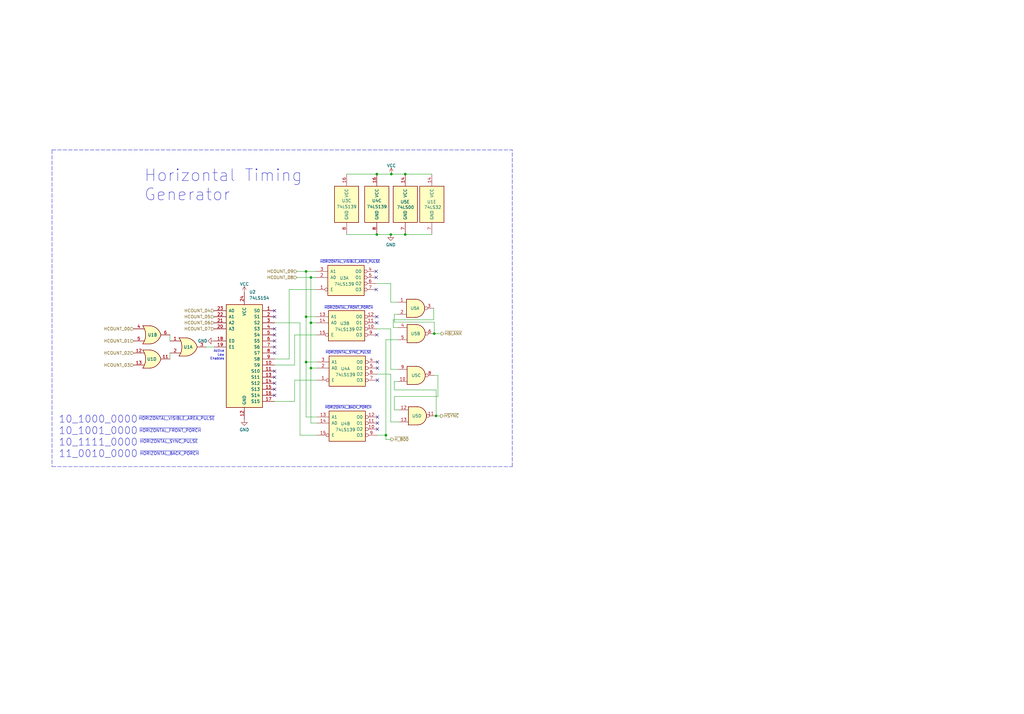
<source format=kicad_sch>
(kicad_sch (version 20211123) (generator eeschema)
  (paper "User" 429.997 299.999)
  (lib_symbols
    (symbol "74xx:74LS00" (pin_names (offset 1.016))
      (property "Reference" "U" (at 0 1.27 0))
      (property "Value" "74LS00" (at 0 -1.27 0))
      (symbol "74LS00_1_1"
        (arc (start 0 -3.81) (mid 3.81 0) (end 0 3.81) (stroke (width 0.254)) (fill (type background)))
        (polyline (pts (xy 0 3.81) (xy -3.81 3.81) (xy -3.81 -3.81) (xy 0 -3.81)) (stroke (width 0.254)) (fill (type background)))
        (pin input line (at -7.62 2.54 0) (length 3.81) (name "~") (number "1"))
        (pin input line (at -7.62 -2.54 0) (length 3.81) (name "~") (number "2"))
        (pin output inverted (at 7.62 0 180) (length 3.81) (name "~") (number "3"))
      )
      (symbol "74LS00_1_2"
        (arc (start -3.81 -3.81) (mid -2.589 0) (end -3.81 3.81) (stroke (width 0.254)))
        (arc (start -0.6096 -3.81) (mid 2.1855 -2.584) (end 3.81 0) (stroke (width 0.254)) (fill (type background)))
        (polyline (pts (xy -3.81 -3.81) (xy -0.635 -3.81)) (stroke (width 0.254)) (fill (type background)))
        (polyline (pts (xy -3.81 3.81) (xy -0.635 3.81)) (stroke (width 0.254)) (fill (type background)))
        (polyline (pts (xy -0.635 3.81) (xy -3.81 3.81) (xy -3.81 3.81) (xy -3.556 3.4036) (xy -3.0226 2.2606) (xy -2.6924 1.0414) (xy -2.6162 -0.254) (xy -2.7686 -1.4986) (xy -3.175 -2.7178) (xy -3.81 -3.81) (xy -3.81 -3.81) (xy -0.635 -3.81)) (stroke (width -25.4)) (fill (type background)))
        (arc (start 3.81 0) (mid 2.1928 2.5925) (end -0.6096 3.81) (stroke (width 0.254)) (fill (type background)))
        (pin input inverted (at -7.62 2.54 0) (length 4.318) (name "~") (number "1"))
        (pin input inverted (at -7.62 -2.54 0) (length 4.318) (name "~") (number "2"))
        (pin output line (at 7.62 0 180) (length 3.81) (name "~") (number "3"))
      )
      (symbol "74LS00_2_1"
        (arc (start 0 -3.81) (mid 3.81 0) (end 0 3.81) (stroke (width 0.254)) (fill (type background)))
        (polyline (pts (xy 0 3.81) (xy -3.81 3.81) (xy -3.81 -3.81) (xy 0 -3.81)) (stroke (width 0.254)) (fill (type background)))
        (pin input line (at -7.62 2.54 0) (length 3.81) (name "~") (number "4"))
        (pin input line (at -7.62 -2.54 0) (length 3.81) (name "~") (number "5"))
        (pin output inverted (at 7.62 0 180) (length 3.81) (name "~") (number "6"))
      )
      (symbol "74LS00_2_2"
        (arc (start -3.81 -3.81) (mid -2.589 0) (end -3.81 3.81) (stroke (width 0.254)))
        (arc (start -0.6096 -3.81) (mid 2.1855 -2.584) (end 3.81 0) (stroke (width 0.254)) (fill (type background)))
        (polyline (pts (xy -3.81 -3.81) (xy -0.635 -3.81)) (stroke (width 0.254)) (fill (type background)))
        (polyline (pts (xy -3.81 3.81) (xy -0.635 3.81)) (stroke (width 0.254)) (fill (type background)))
        (polyline (pts (xy -0.635 3.81) (xy -3.81 3.81) (xy -3.81 3.81) (xy -3.556 3.4036) (xy -3.0226 2.2606) (xy -2.6924 1.0414) (xy -2.6162 -0.254) (xy -2.7686 -1.4986) (xy -3.175 -2.7178) (xy -3.81 -3.81) (xy -3.81 -3.81) (xy -0.635 -3.81)) (stroke (width -25.4)) (fill (type background)))
        (arc (start 3.81 0) (mid 2.1928 2.5925) (end -0.6096 3.81) (stroke (width 0.254)) (fill (type background)))
        (pin input inverted (at -7.62 2.54 0) (length 4.318) (name "~") (number "4"))
        (pin input inverted (at -7.62 -2.54 0) (length 4.318) (name "~") (number "5"))
        (pin output line (at 7.62 0 180) (length 3.81) (name "~") (number "6"))
      )
      (symbol "74LS00_3_1"
        (arc (start 0 -3.81) (mid 3.81 0) (end 0 3.81) (stroke (width 0.254)) (fill (type background)))
        (polyline (pts (xy 0 3.81) (xy -3.81 3.81) (xy -3.81 -3.81) (xy 0 -3.81)) (stroke (width 0.254)) (fill (type background)))
        (pin input line (at -7.62 -2.54 0) (length 3.81) (name "~") (number "10"))
        (pin output inverted (at 7.62 0 180) (length 3.81) (name "~") (number "8"))
        (pin input line (at -7.62 2.54 0) (length 3.81) (name "~") (number "9"))
      )
      (symbol "74LS00_3_2"
        (arc (start -3.81 -3.81) (mid -2.589 0) (end -3.81 3.81) (stroke (width 0.254)))
        (arc (start -0.6096 -3.81) (mid 2.1855 -2.584) (end 3.81 0) (stroke (width 0.254)) (fill (type background)))
        (polyline (pts (xy -3.81 -3.81) (xy -0.635 -3.81)) (stroke (width 0.254)) (fill (type background)))
        (polyline (pts (xy -3.81 3.81) (xy -0.635 3.81)) (stroke (width 0.254)) (fill (type background)))
        (polyline (pts (xy -0.635 3.81) (xy -3.81 3.81) (xy -3.81 3.81) (xy -3.556 3.4036) (xy -3.0226 2.2606) (xy -2.6924 1.0414) (xy -2.6162 -0.254) (xy -2.7686 -1.4986) (xy -3.175 -2.7178) (xy -3.81 -3.81) (xy -3.81 -3.81) (xy -0.635 -3.81)) (stroke (width -25.4)) (fill (type background)))
        (arc (start 3.81 0) (mid 2.1928 2.5925) (end -0.6096 3.81) (stroke (width 0.254)) (fill (type background)))
        (pin input inverted (at -7.62 -2.54 0) (length 4.318) (name "~") (number "10"))
        (pin output line (at 7.62 0 180) (length 3.81) (name "~") (number "8"))
        (pin input inverted (at -7.62 2.54 0) (length 4.318) (name "~") (number "9"))
      )
      (symbol "74LS00_4_1"
        (arc (start 0 -3.81) (mid 3.81 0) (end 0 3.81) (stroke (width 0.254)) (fill (type background)))
        (polyline (pts (xy 0 3.81) (xy -3.81 3.81) (xy -3.81 -3.81) (xy 0 -3.81)) (stroke (width 0.254)) (fill (type background)))
        (pin output inverted (at 7.62 0 180) (length 3.81) (name "~") (number "11"))
        (pin input line (at -7.62 2.54 0) (length 3.81) (name "~") (number "12"))
        (pin input line (at -7.62 -2.54 0) (length 3.81) (name "~") (number "13"))
      )
      (symbol "74LS00_4_2"
        (arc (start -3.81 -3.81) (mid -2.589 0) (end -3.81 3.81) (stroke (width 0.254)))
        (arc (start -0.6096 -3.81) (mid 2.1855 -2.584) (end 3.81 0) (stroke (width 0.254)) (fill (type background)))
        (polyline (pts (xy -3.81 -3.81) (xy -0.635 -3.81)) (stroke (width 0.254)) (fill (type background)))
        (polyline (pts (xy -3.81 3.81) (xy -0.635 3.81)) (stroke (width 0.254)) (fill (type background)))
        (polyline (pts (xy -0.635 3.81) (xy -3.81 3.81) (xy -3.81 3.81) (xy -3.556 3.4036) (xy -3.0226 2.2606) (xy -2.6924 1.0414) (xy -2.6162 -0.254) (xy -2.7686 -1.4986) (xy -3.175 -2.7178) (xy -3.81 -3.81) (xy -3.81 -3.81) (xy -0.635 -3.81)) (stroke (width -25.4)) (fill (type background)))
        (arc (start 3.81 0) (mid 2.1928 2.5925) (end -0.6096 3.81) (stroke (width 0.254)) (fill (type background)))
        (pin output line (at 7.62 0 180) (length 3.81) (name "~") (number "11"))
        (pin input inverted (at -7.62 2.54 0) (length 4.318) (name "~") (number "12"))
        (pin input inverted (at -7.62 -2.54 0) (length 4.318) (name "~") (number "13"))
      )
      (symbol "74LS00_5_0"
        (pin power_in line (at 0 12.7 270) (length 5.08) (name "VCC") (number "14"))
        (pin power_in line (at 0 -12.7 90) (length 5.08) (name "GND") (number "7"))
      )
      (symbol "74LS00_5_1"
        (rectangle (start -5.08 7.62) (end 5.08 -7.62) (stroke (width 0.254)) (fill (type background)))
      )
    )
    (symbol "74xx:74LS139" (pin_names (offset 1.016))
      (property "Reference" "U" (at -7.62 8.89 0))
      (property "Value" "74LS139" (at -7.62 -8.89 0))
      (symbol "74LS139_1_0"
        (pin input inverted (at -12.7 -5.08 0) (length 5.08) (name "E") (number "1"))
        (pin input line (at -12.7 0 0) (length 5.08) (name "A0") (number "2"))
        (pin input line (at -12.7 2.54 0) (length 5.08) (name "A1") (number "3"))
        (pin output inverted (at 12.7 2.54 180) (length 5.08) (name "O0") (number "4"))
        (pin output inverted (at 12.7 0 180) (length 5.08) (name "O1") (number "5"))
        (pin output inverted (at 12.7 -2.54 180) (length 5.08) (name "O2") (number "6"))
        (pin output inverted (at 12.7 -5.08 180) (length 5.08) (name "O3") (number "7"))
      )
      (symbol "74LS139_1_1"
        (rectangle (start -7.62 5.08) (end 7.62 -7.62) (stroke (width 0.254)) (fill (type background)))
      )
      (symbol "74LS139_2_0"
        (pin output inverted (at 12.7 -2.54 180) (length 5.08) (name "O2") (number "10"))
        (pin output inverted (at 12.7 0 180) (length 5.08) (name "O1") (number "11"))
        (pin output inverted (at 12.7 2.54 180) (length 5.08) (name "O0") (number "12"))
        (pin input line (at -12.7 2.54 0) (length 5.08) (name "A1") (number "13"))
        (pin input line (at -12.7 0 0) (length 5.08) (name "A0") (number "14"))
        (pin input inverted (at -12.7 -5.08 0) (length 5.08) (name "E") (number "15"))
        (pin output inverted (at 12.7 -5.08 180) (length 5.08) (name "O3") (number "9"))
      )
      (symbol "74LS139_2_1"
        (rectangle (start -7.62 5.08) (end 7.62 -7.62) (stroke (width 0.254)) (fill (type background)))
      )
      (symbol "74LS139_3_0"
        (pin power_in line (at 0 12.7 270) (length 5.08) (name "VCC") (number "16"))
        (pin power_in line (at 0 -12.7 90) (length 5.08) (name "GND") (number "8"))
      )
      (symbol "74LS139_3_1"
        (rectangle (start -5.08 7.62) (end 5.08 -7.62) (stroke (width 0.254)) (fill (type background)))
      )
    )
    (symbol "74xx:74LS154" (pin_names (offset 1.016))
      (property "Reference" "U" (at -7.62 21.59 0))
      (property "Value" "74LS154" (at -7.62 -24.13 0))
      (symbol "74LS154_1_0"
        (pin output line (at 12.7 17.78 180) (length 5.08) (name "S0") (number "1"))
        (pin output line (at 12.7 -5.08 180) (length 5.08) (name "S9") (number "10"))
        (pin output line (at 12.7 -7.62 180) (length 5.08) (name "S10") (number "11"))
        (pin power_in line (at 0 -27.94 90) (length 5.08) (name "GND") (number "12"))
        (pin output line (at 12.7 -10.16 180) (length 5.08) (name "S11") (number "13"))
        (pin output line (at 12.7 -12.7 180) (length 5.08) (name "S12") (number "14"))
        (pin output line (at 12.7 -15.24 180) (length 5.08) (name "S13") (number "15"))
        (pin output line (at 12.7 -17.78 180) (length 5.08) (name "S14") (number "16"))
        (pin output line (at 12.7 -20.32 180) (length 5.08) (name "S15") (number "17"))
        (pin input line (at -12.7 5.08 0) (length 5.08) (name "E0") (number "18"))
        (pin input line (at -12.7 2.54 0) (length 5.08) (name "E1") (number "19"))
        (pin output line (at 12.7 15.24 180) (length 5.08) (name "S1") (number "2"))
        (pin input line (at -12.7 10.16 0) (length 5.08) (name "A3") (number "20"))
        (pin input line (at -12.7 12.7 0) (length 5.08) (name "A2") (number "21"))
        (pin input line (at -12.7 15.24 0) (length 5.08) (name "A1") (number "22"))
        (pin input line (at -12.7 17.78 0) (length 5.08) (name "A0") (number "23"))
        (pin power_in line (at 0 25.4 270) (length 5.08) (name "VCC") (number "24"))
        (pin output line (at 12.7 12.7 180) (length 5.08) (name "S2") (number "3"))
        (pin output line (at 12.7 10.16 180) (length 5.08) (name "S3") (number "4"))
        (pin output line (at 12.7 7.62 180) (length 5.08) (name "S4") (number "5"))
        (pin output line (at 12.7 5.08 180) (length 5.08) (name "S5") (number "6"))
        (pin output line (at 12.7 2.54 180) (length 5.08) (name "S6") (number "7"))
        (pin output line (at 12.7 0 180) (length 5.08) (name "S7") (number "8"))
        (pin output line (at 12.7 -2.54 180) (length 5.08) (name "S8") (number "9"))
      )
      (symbol "74LS154_1_1"
        (rectangle (start -7.62 20.32) (end 7.62 -22.86) (stroke (width 0.254)) (fill (type background)))
      )
    )
    (symbol "74xx:74LS32" (pin_names (offset 1.016))
      (property "Reference" "U" (at 0 1.27 0))
      (property "Value" "74LS32" (at 0 -1.27 0))
      (symbol "74LS32_1_1"
        (arc (start -3.81 -3.81) (mid -2.589 0) (end -3.81 3.81) (stroke (width 0.254)))
        (arc (start -0.6096 -3.81) (mid 2.1855 -2.584) (end 3.81 0) (stroke (width 0.254)) (fill (type background)))
        (polyline (pts (xy -3.81 -3.81) (xy -0.635 -3.81)) (stroke (width 0.254)) (fill (type background)))
        (polyline (pts (xy -3.81 3.81) (xy -0.635 3.81)) (stroke (width 0.254)) (fill (type background)))
        (polyline (pts (xy -0.635 3.81) (xy -3.81 3.81) (xy -3.81 3.81) (xy -3.556 3.4036) (xy -3.0226 2.2606) (xy -2.6924 1.0414) (xy -2.6162 -0.254) (xy -2.7686 -1.4986) (xy -3.175 -2.7178) (xy -3.81 -3.81) (xy -3.81 -3.81) (xy -0.635 -3.81)) (stroke (width -25.4)) (fill (type background)))
        (arc (start 3.81 0) (mid 2.1928 2.5925) (end -0.6096 3.81) (stroke (width 0.254)) (fill (type background)))
        (pin input line (at -7.62 2.54 0) (length 4.318) (name "~") (number "1"))
        (pin input line (at -7.62 -2.54 0) (length 4.318) (name "~") (number "2"))
        (pin output line (at 7.62 0 180) (length 3.81) (name "~") (number "3"))
      )
      (symbol "74LS32_1_2"
        (arc (start 0 -3.81) (mid 3.81 0) (end 0 3.81) (stroke (width 0.254)) (fill (type background)))
        (polyline (pts (xy 0 3.81) (xy -3.81 3.81) (xy -3.81 -3.81) (xy 0 -3.81)) (stroke (width 0.254)) (fill (type background)))
        (pin input inverted (at -7.62 2.54 0) (length 3.81) (name "~") (number "1"))
        (pin input inverted (at -7.62 -2.54 0) (length 3.81) (name "~") (number "2"))
        (pin output inverted (at 7.62 0 180) (length 3.81) (name "~") (number "3"))
      )
      (symbol "74LS32_2_1"
        (arc (start -3.81 -3.81) (mid -2.589 0) (end -3.81 3.81) (stroke (width 0.254)))
        (arc (start -0.6096 -3.81) (mid 2.1855 -2.584) (end 3.81 0) (stroke (width 0.254)) (fill (type background)))
        (polyline (pts (xy -3.81 -3.81) (xy -0.635 -3.81)) (stroke (width 0.254)) (fill (type background)))
        (polyline (pts (xy -3.81 3.81) (xy -0.635 3.81)) (stroke (width 0.254)) (fill (type background)))
        (polyline (pts (xy -0.635 3.81) (xy -3.81 3.81) (xy -3.81 3.81) (xy -3.556 3.4036) (xy -3.0226 2.2606) (xy -2.6924 1.0414) (xy -2.6162 -0.254) (xy -2.7686 -1.4986) (xy -3.175 -2.7178) (xy -3.81 -3.81) (xy -3.81 -3.81) (xy -0.635 -3.81)) (stroke (width -25.4)) (fill (type background)))
        (arc (start 3.81 0) (mid 2.1928 2.5925) (end -0.6096 3.81) (stroke (width 0.254)) (fill (type background)))
        (pin input line (at -7.62 2.54 0) (length 4.318) (name "~") (number "4"))
        (pin input line (at -7.62 -2.54 0) (length 4.318) (name "~") (number "5"))
        (pin output line (at 7.62 0 180) (length 3.81) (name "~") (number "6"))
      )
      (symbol "74LS32_2_2"
        (arc (start 0 -3.81) (mid 3.81 0) (end 0 3.81) (stroke (width 0.254)) (fill (type background)))
        (polyline (pts (xy 0 3.81) (xy -3.81 3.81) (xy -3.81 -3.81) (xy 0 -3.81)) (stroke (width 0.254)) (fill (type background)))
        (pin input inverted (at -7.62 2.54 0) (length 3.81) (name "~") (number "4"))
        (pin input inverted (at -7.62 -2.54 0) (length 3.81) (name "~") (number "5"))
        (pin output inverted (at 7.62 0 180) (length 3.81) (name "~") (number "6"))
      )
      (symbol "74LS32_3_1"
        (arc (start -3.81 -3.81) (mid -2.589 0) (end -3.81 3.81) (stroke (width 0.254)))
        (arc (start -0.6096 -3.81) (mid 2.1855 -2.584) (end 3.81 0) (stroke (width 0.254)) (fill (type background)))
        (polyline (pts (xy -3.81 -3.81) (xy -0.635 -3.81)) (stroke (width 0.254)) (fill (type background)))
        (polyline (pts (xy -3.81 3.81) (xy -0.635 3.81)) (stroke (width 0.254)) (fill (type background)))
        (polyline (pts (xy -0.635 3.81) (xy -3.81 3.81) (xy -3.81 3.81) (xy -3.556 3.4036) (xy -3.0226 2.2606) (xy -2.6924 1.0414) (xy -2.6162 -0.254) (xy -2.7686 -1.4986) (xy -3.175 -2.7178) (xy -3.81 -3.81) (xy -3.81 -3.81) (xy -0.635 -3.81)) (stroke (width -25.4)) (fill (type background)))
        (arc (start 3.81 0) (mid 2.1928 2.5925) (end -0.6096 3.81) (stroke (width 0.254)) (fill (type background)))
        (pin input line (at -7.62 -2.54 0) (length 4.318) (name "~") (number "10"))
        (pin output line (at 7.62 0 180) (length 3.81) (name "~") (number "8"))
        (pin input line (at -7.62 2.54 0) (length 4.318) (name "~") (number "9"))
      )
      (symbol "74LS32_3_2"
        (arc (start 0 -3.81) (mid 3.81 0) (end 0 3.81) (stroke (width 0.254)) (fill (type background)))
        (polyline (pts (xy 0 3.81) (xy -3.81 3.81) (xy -3.81 -3.81) (xy 0 -3.81)) (stroke (width 0.254)) (fill (type background)))
        (pin input inverted (at -7.62 -2.54 0) (length 3.81) (name "~") (number "10"))
        (pin output inverted (at 7.62 0 180) (length 3.81) (name "~") (number "8"))
        (pin input inverted (at -7.62 2.54 0) (length 3.81) (name "~") (number "9"))
      )
      (symbol "74LS32_4_1"
        (arc (start -3.81 -3.81) (mid -2.589 0) (end -3.81 3.81) (stroke (width 0.254)))
        (arc (start -0.6096 -3.81) (mid 2.1855 -2.584) (end 3.81 0) (stroke (width 0.254)) (fill (type background)))
        (polyline (pts (xy -3.81 -3.81) (xy -0.635 -3.81)) (stroke (width 0.254)) (fill (type background)))
        (polyline (pts (xy -3.81 3.81) (xy -0.635 3.81)) (stroke (width 0.254)) (fill (type background)))
        (polyline (pts (xy -0.635 3.81) (xy -3.81 3.81) (xy -3.81 3.81) (xy -3.556 3.4036) (xy -3.0226 2.2606) (xy -2.6924 1.0414) (xy -2.6162 -0.254) (xy -2.7686 -1.4986) (xy -3.175 -2.7178) (xy -3.81 -3.81) (xy -3.81 -3.81) (xy -0.635 -3.81)) (stroke (width -25.4)) (fill (type background)))
        (arc (start 3.81 0) (mid 2.1928 2.5925) (end -0.6096 3.81) (stroke (width 0.254)) (fill (type background)))
        (pin output line (at 7.62 0 180) (length 3.81) (name "~") (number "11"))
        (pin input line (at -7.62 2.54 0) (length 4.318) (name "~") (number "12"))
        (pin input line (at -7.62 -2.54 0) (length 4.318) (name "~") (number "13"))
      )
      (symbol "74LS32_4_2"
        (arc (start 0 -3.81) (mid 3.81 0) (end 0 3.81) (stroke (width 0.254)) (fill (type background)))
        (polyline (pts (xy 0 3.81) (xy -3.81 3.81) (xy -3.81 -3.81) (xy 0 -3.81)) (stroke (width 0.254)) (fill (type background)))
        (pin output inverted (at 7.62 0 180) (length 3.81) (name "~") (number "11"))
        (pin input inverted (at -7.62 2.54 0) (length 3.81) (name "~") (number "12"))
        (pin input inverted (at -7.62 -2.54 0) (length 3.81) (name "~") (number "13"))
      )
      (symbol "74LS32_5_0"
        (pin power_in line (at 0 12.7 270) (length 5.08) (name "VCC") (number "14"))
        (pin power_in line (at 0 -12.7 90) (length 5.08) (name "GND") (number "7"))
      )
      (symbol "74LS32_5_1"
        (rectangle (start -5.08 7.62) (end 5.08 -7.62) (stroke (width 0.254)) (fill (type background)))
      )
    )
    (symbol "power:GND" (power) (pin_names (offset 0))
      (property "Value" "GND" (at 0 -3.81 0))
      (symbol "GND_0_1"
        (polyline (pts (xy 0 0) (xy 0 -1.27) (xy 1.27 -1.27) (xy 0 -2.54) (xy -1.27 -1.27) (xy 0 -1.27)))
      )
      (symbol "GND_1_1"
        (pin power_in line (at 0 0 270) (length 0) hide (name "GND") (number "1"))
      )
    )
    (symbol "power:VCC" (power) (pin_names (offset 0))
      (property "Value" "VCC" (at 0 3.81 0))
      (symbol "VCC_0_1"
        (polyline (pts (xy -0.762 1.27) (xy 0 2.54)))
        (polyline (pts (xy 0 0) (xy 0 2.54)))
        (polyline (pts (xy 0 2.54) (xy 0.762 1.27)))
      )
      (symbol "VCC_1_1"
        (pin power_in line (at 0 0 90) (length 0) hide (name "VCC") (number "1"))
      )
    )
  )
  (junction (at 130.556 154.686))
  (junction (at 130.556 116.586))
  (junction (at 128.524 133.096))
  (junction (at 170.18 98.552))
  (junction (at 162.052 182.88))
  (junction (at 164.084 98.552))
  (junction (at 130.556 135.636))
  (junction (at 170.18 73.152))
  (junction (at 158.242 98.552))
  (junction (at 164.338 73.152))
  (junction (at 128.524 152.146))
  (junction (at 182.372 140.208))
  (junction (at 183.134 174.752))
  (junction (at 158.242 73.152))
  (junction (at 128.524 114.046))
  (no_connect (at 115.316 140.716))
  (no_connect (at 158.496 177.8))
  (no_connect (at 115.316 148.336))
  (no_connect (at 157.988 114.046))
  (no_connect (at 158.496 159.766))
  (no_connect (at 115.316 145.796))
  (no_connect (at 115.316 130.556))
  (no_connect (at 115.316 143.256))
  (no_connect (at 157.988 121.666))
  (no_connect (at 115.316 133.096))
  (no_connect (at 115.316 158.496))
  (no_connect (at 158.242 135.636))
  (no_connect (at 115.316 155.956))
  (no_connect (at 115.316 163.576))
  (no_connect (at 158.242 133.096))
  (no_connect (at 115.316 166.116))
  (no_connect (at 158.496 175.26))
  (no_connect (at 115.316 161.036))
  (no_connect (at 158.496 180.34))
  (no_connect (at 158.496 154.686))
  (no_connect (at 115.316 138.176))
  (no_connect (at 158.242 140.716))
  (no_connect (at 158.496 152.146))
  (no_connect (at 157.988 116.586))
  (wire (pts (xy 125.984 135.636) (xy 115.316 135.636)))
  (wire (pts (xy 183.134 174.752) (xy 184.912 174.752)))
  (wire (pts (xy 182.372 135.382) (xy 165.608 135.382)))
  (wire (pts (xy 133.096 182.88) (xy 125.984 182.88)))
  (wire (pts (xy 158.496 182.88) (xy 162.052 182.88)))
  (wire (pts (xy 128.524 133.096) (xy 128.524 152.146)))
  (wire (pts (xy 130.556 177.8) (xy 133.096 177.8)))
  (wire (pts (xy 158.242 138.176) (xy 164.084 138.176)))
  (wire (pts (xy 130.556 116.586) (xy 130.556 135.636)))
  (wire (pts (xy 162.052 142.748) (xy 162.052 182.88)))
  (wire (pts (xy 165.1 137.668) (xy 167.132 137.668)))
  (polyline (pts (xy 21.844 62.992) (xy 215.138 62.992)))
  (wire (pts (xy 125.984 182.88) (xy 125.984 135.636)))
  (wire (pts (xy 167.132 155.194) (xy 164.084 155.194)))
  (wire (pts (xy 183.134 163.83) (xy 183.134 174.752)))
  (wire (pts (xy 123.698 153.416) (xy 115.316 153.416)))
  (wire (pts (xy 123.698 159.766) (xy 123.698 168.656)))
  (wire (pts (xy 182.88 174.752) (xy 183.134 174.752)))
  (wire (pts (xy 124.714 114.046) (xy 128.524 114.046)))
  (wire (pts (xy 132.842 140.716) (xy 123.698 140.716)))
  (wire (pts (xy 158.496 157.226) (xy 164.084 157.226)))
  (wire (pts (xy 128.524 114.046) (xy 128.524 133.096)))
  (wire (pts (xy 164.084 119.126) (xy 164.084 127)))
  (wire (pts (xy 71.374 148.336) (xy 71.374 150.876)))
  (wire (pts (xy 133.096 175.26) (xy 128.524 175.26)))
  (wire (pts (xy 182.118 134.366) (xy 182.118 129.54)))
  (wire (pts (xy 145.542 73.152) (xy 158.242 73.152)))
  (wire (pts (xy 121.412 121.666) (xy 121.412 150.876)))
  (wire (pts (xy 167.132 142.748) (xy 162.052 142.748)))
  (wire (pts (xy 145.542 98.552) (xy 158.242 98.552)))
  (wire (pts (xy 158.242 98.552) (xy 164.084 98.552)))
  (wire (pts (xy 182.372 140.208) (xy 185.166 140.208)))
  (wire (pts (xy 162.052 184.658) (xy 164.084 184.658)))
  (wire (pts (xy 157.988 119.126) (xy 164.084 119.126)))
  (wire (pts (xy 164.084 155.194) (xy 164.084 138.176)))
  (polyline (pts (xy 21.844 196.088) (xy 215.138 196.088)))
  (wire (pts (xy 183.896 157.734) (xy 183.896 166.624)))
  (wire (pts (xy 130.556 116.586) (xy 132.588 116.586)))
  (wire (pts (xy 71.374 140.716) (xy 71.374 143.256)))
  (wire (pts (xy 123.698 168.656) (xy 115.316 168.656)))
  (wire (pts (xy 183.896 166.624) (xy 165.608 166.624)))
  (wire (pts (xy 165.608 135.382) (xy 165.608 132.08)))
  (wire (pts (xy 124.714 116.586) (xy 130.556 116.586)))
  (wire (pts (xy 130.556 154.686) (xy 130.556 177.8)))
  (wire (pts (xy 164.084 127) (xy 166.878 127)))
  (wire (pts (xy 170.18 98.552) (xy 181.356 98.552)))
  (wire (pts (xy 164.084 98.552) (xy 170.18 98.552)))
  (wire (pts (xy 86.614 145.796) (xy 89.916 145.796)))
  (wire (pts (xy 165.608 160.274) (xy 165.608 163.83)))
  (wire (pts (xy 167.64 177.292) (xy 164.084 177.292)))
  (wire (pts (xy 133.096 159.766) (xy 123.698 159.766)))
  (wire (pts (xy 130.556 135.636) (xy 132.842 135.636)))
  (wire (pts (xy 170.18 73.152) (xy 181.356 73.152)))
  (polyline (pts (xy 215.138 196.088) (xy 215.138 62.992)))
  (wire (pts (xy 182.372 157.734) (xy 183.896 157.734)))
  (wire (pts (xy 165.608 132.08) (xy 166.878 132.08)))
  (wire (pts (xy 128.524 152.146) (xy 133.096 152.146)))
  (wire (pts (xy 182.372 140.208) (xy 182.372 135.382)))
  (wire (pts (xy 165.1 134.366) (xy 165.1 137.668)))
  (wire (pts (xy 167.132 160.274) (xy 165.608 160.274)))
  (wire (pts (xy 165.608 163.83) (xy 183.134 163.83)))
  (wire (pts (xy 164.084 177.292) (xy 164.084 157.226)))
  (wire (pts (xy 158.242 73.152) (xy 164.338 73.152)))
  (wire (pts (xy 164.338 73.152) (xy 170.18 73.152)))
  (wire (pts (xy 121.412 150.876) (xy 115.316 150.876)))
  (wire (pts (xy 165.1 134.366) (xy 182.118 134.366)))
  (polyline (pts (xy 21.844 62.992) (xy 21.844 196.088)))
  (wire (pts (xy 128.524 133.096) (xy 132.842 133.096)))
  (wire (pts (xy 128.524 175.26) (xy 128.524 152.146)))
  (wire (pts (xy 128.524 114.046) (xy 132.588 114.046)))
  (wire (pts (xy 130.556 154.686) (xy 133.096 154.686)))
  (wire (pts (xy 162.052 184.658) (xy 162.052 182.88)))
  (wire (pts (xy 123.698 140.716) (xy 123.698 153.416)))
  (wire (pts (xy 132.588 121.666) (xy 121.412 121.666)))
  (wire (pts (xy 165.608 166.624) (xy 165.608 172.212)))
  (wire (pts (xy 130.556 135.636) (xy 130.556 154.686)))
  (wire (pts (xy 165.608 172.212) (xy 167.64 172.212)))
  (text "~{HORIZONTAL_FRONT_PORCH}" (at 58.42 181.864 0) (effects (font (size 1.27 1.27)) (justify left bottom)))
  (text "Active\nLow\nEnables" (at 94.234 151.384 180) (effects (font (size 1 1)) (justify right bottom)))
  (text "~{HORIZONTAL_BACK_PORCH}" (at 58.674 191.516 0) (effects (font (size 1.27 1.27)) (justify left bottom)))
  (text "~{HORIZONTAL_BACK_PORCH}" (at 136.398 171.958 0) (effects (font (size 1 1)) (justify left bottom)))
  (text "~{HORIZONTAL_SYNC_PULSE}" (at 136.652 148.844 0) (effects (font (size 1 1)) (justify left bottom)))
  (text "~{HORIZONTAL_VISIBLE_AREA_PULSE}" (at 58.166 176.784 0) (effects (font (size 1.27 1.27)) (justify left bottom)))
  (text "~{HORIZONTAL_VISIBLE_AREA_PULSE}" (at 134.366 110.744 0) (effects (font (size 1 1)) (justify left bottom)))
  (text "10_1000_0000\n10_1001_0000\n10_1111_0000\n11_0010_0000" (at 57.912 192.532 0) (effects (font (size 3 3)) (justify right bottom)))
  (text "Horizontal Timing\nGenerator" (at 60.452 84.836 0) (effects (font (size 5 5)) (justify left bottom)))
  (text "~{HORIZONTAL_SYNC_PULSE}" (at 58.674 186.436 0) (effects (font (size 1.27 1.27)) (justify left bottom)))
  (text "~{HORIZONTAL_FRONT_PORCH}" (at 136.144 130.048 0) (effects (font (size 1 1)) (justify left bottom)))
  (hierarchical_label "HCOUNT_00" (shape input) (at 56.134 138.176 180))
  (hierarchical_label "HCOUNT_01" (shape input) (at 56.134 143.256 180))
  (hierarchical_label "HCOUNT_09" (shape input) (at 124.714 114.046 180))
  (hierarchical_label "HCOUNT_07" (shape input) (at 89.916 138.176 180))
  (hierarchical_label "HCOUNT_06" (shape input) (at 89.916 135.636 180))
  (hierarchical_label "HCOUNT_08" (shape input) (at 124.714 116.586 180))
  (hierarchical_label "HCOUNT_03" (shape input) (at 56.134 153.416 180))
  (hierarchical_label "~{HSYNC}" (shape output) (at 184.912 174.752 0))
  (hierarchical_label "HCOUNT_04" (shape input) (at 89.916 130.556 180))
  (hierarchical_label "~{H_800}" (shape output) (at 164.084 184.658 0))
  (hierarchical_label "HCOUNT_02" (shape input) (at 56.134 148.336 180))
  (hierarchical_label "HCOUNT_05" (shape input) (at 89.916 133.096 180))
  (hierarchical_label "~{HBLANK}" (shape output) (at 185.166 140.208 0))
  (symbol (lib_id "power:GND") (at 164.084 98.552 0) (unit 1)
    (property "Reference" "#PWR08" (effects hide))
    (property "Value" "GND" (at 164.084 102.87 0))
  )
  (symbol (lib_id "power:VCC") (at 102.616 122.936 0) (unit 1)
    (property "Reference" "#PWR06" (effects hide))
    (property "Value" "VCC" (at 102.616 119.38 0))
  )
  (symbol (lib_id "74xx:74LS32") (at 181.356 85.852 0) (unit 5)
    (property "Reference" "U1" (at 179.324 84.836 0) (effects (justify left)))
    (property "Value" "74LS32" (at 178.054 87.122 0) (effects (justify left)))
    (property "Footprint" "Package_DIP:DIP-14_W7.62mm" (effects hide))
    (property "Datasheet" "http://www.ti.com/lit/gpn/sn74LS32" (effects hide))
  )
  (symbol (lib_id "74xx:74LS00") (at 175.26 174.752 0) (unit 4)
    (property "Reference" "U5" (at 175.006 174.752 0))
    (property "Value" "74LS00" (effects hide))
    (property "Footprint" "Package_DIP:DIP-14_W7.62mm" (effects hide))
    (property "Datasheet" "http://www.ti.com/lit/gpn/sn74ls00" (effects hide))
  )
  (symbol (lib_id "74xx:74LS139") (at 145.542 135.636 0) (unit 2)
    (property "Reference" "U3" (at 144.78 135.89 0))
    (property "Value" "74LS139" (at 144.78 138.43 0))
    (property "Footprint" "Package_DIP:DIP-16_W7.62mm" (effects hide))
    (property "Datasheet" "http://www.ti.com/lit/ds/symlink/sn74ls139a.pdf" (effects hide))
  )
  (symbol (lib_id "power:GND") (at 102.616 176.276 0) (unit 1)
    (property "Reference" "#PWR07" (effects hide))
    (property "Value" "GND" (at 102.616 180.594 0))
  )
  (symbol (lib_id "power:GND") (at 89.916 143.256 270) (unit 1)
    (property "Reference" "#PWR05" (effects hide))
    (property "Value" "GND" (at 87.122 143.256 90) (effects (justify right)))
  )
  (symbol (lib_id "74xx:74LS00") (at 174.752 140.208 0) (unit 2)
    (property "Reference" "U5" (at 174.498 140.208 0))
    (property "Value" "74LS00" (effects hide))
    (property "Footprint" "Package_DIP:DIP-14_W7.62mm" (effects hide))
    (property "Datasheet" "http://www.ti.com/lit/gpn/sn74ls00" (effects hide))
  )
  (symbol (lib_id "74xx:74LS00") (at 174.752 157.734 0) (unit 3)
    (property "Reference" "U5" (at 174.752 157.734 0))
    (property "Value" "74LS00" (effects hide))
    (property "Footprint" "Package_DIP:DIP-14_W7.62mm" (effects hide))
    (property "Datasheet" "http://www.ti.com/lit/gpn/sn74ls00" (effects hide))
  )
  (symbol (lib_id "74xx:74LS139") (at 145.542 85.852 0) (unit 3)
    (property "Reference" "U3" (at 145.542 84.328 0))
    (property "Value" "74LS139" (at 145.542 86.868 0))
    (property "Footprint" "Package_DIP:DIP-16_W7.62mm" (effects hide))
    (property "Datasheet" "http://www.ti.com/lit/ds/symlink/sn74ls139a.pdf" (effects hide))
  )
  (symbol (lib_id "74xx:74LS00") (at 174.498 129.54 0) (unit 1)
    (property "Reference" "U5" (at 174.244 129.54 0))
    (property "Value" "74LS00" (effects hide))
    (property "Footprint" "Package_DIP:DIP-14_W7.62mm" (effects hide))
    (property "Datasheet" "http://www.ti.com/lit/gpn/sn74ls00" (effects hide))
  )
  (symbol (lib_id "74xx:74LS139") (at 145.796 177.8 0) (unit 2)
    (property "Reference" "U4" (at 145.034 178.054 0))
    (property "Value" "74LS139" (at 145.034 180.594 0))
    (property "Footprint" "Package_DIP:DIP-16_W7.62mm" (effects hide))
    (property "Datasheet" "http://www.ti.com/lit/ds/symlink/sn74ls139a.pdf" (effects hide))
  )
  (symbol (lib_id "74xx:74LS00") (at 170.18 85.852 0) (unit 5)
    (property "Reference" "U5" (at 168.148 84.836 0) (effects (justify left)))
    (property "Value" "74LS00" (at 166.624 87.122 0) (effects (justify left)))
    (property "Footprint" "Package_DIP:DIP-14_W7.62mm" (effects hide))
    (property "Datasheet" "http://www.ti.com/lit/gpn/sn74ls00" (effects hide))
  )
  (symbol (lib_id "74xx:74LS139") (at 145.796 154.686 0) (unit 1)
    (property "Reference" "U4" (at 145.034 154.94 0))
    (property "Value" "74LS139" (at 145.034 157.48 0))
    (property "Footprint" "Package_DIP:DIP-16_W7.62mm" (effects hide))
    (property "Datasheet" "http://www.ti.com/lit/ds/symlink/sn74ls139a.pdf" (effects hide))
  )
  (symbol (lib_id "74xx:74LS154") (at 102.616 148.336 0) (unit 1)
    (property "Reference" "U2" (at 104.6354 122.682 0) (effects (justify left)))
    (property "Value" "74LS154" (at 104.6354 125.222 0) (effects (justify left)))
    (property "Footprint" "Package_DIP:DIP-24_W7.62mm" (effects hide))
    (property "Datasheet" "http://www.ti.com/lit/gpn/sn74LS154" (effects hide))
  )
  (symbol (lib_id "74xx:74LS32") (at 63.754 140.716 0) (unit 2)
    (property "Reference" "U1" (at 64.008 140.716 0))
    (property "Value" "74LS32" (effects hide))
    (property "Footprint" "Package_DIP:DIP-14_W7.62mm" (effects hide))
    (property "Datasheet" "http://www.ti.com/lit/gpn/sn74LS32" (effects hide))
  )
  (symbol (lib_id "74xx:74LS32") (at 63.754 150.876 0) (unit 4)
    (property "Reference" "U1" (at 63.754 150.876 0))
    (property "Value" "74LS32" (effects hide))
    (property "Footprint" "Package_DIP:DIP-14_W7.62mm" (effects hide))
    (property "Datasheet" "http://www.ti.com/lit/gpn/sn74LS32" (effects hide))
  )
  (symbol (lib_id "74xx:74LS139") (at 158.242 85.852 0) (unit 3)
    (property "Reference" "U4" (at 158.242 84.328 0))
    (property "Value" "74LS139" (at 158.242 86.868 0))
    (property "Footprint" "Package_DIP:DIP-16_W7.62mm" (effects hide))
    (property "Datasheet" "http://www.ti.com/lit/ds/symlink/sn74ls139a.pdf" (effects hide))
  )
  (symbol (lib_id "power:VCC") (at 164.338 73.152 0) (unit 1)
    (property "Reference" "#PWR09" (effects hide))
    (property "Value" "VCC" (at 164.338 69.596 0))
  )
  (symbol (lib_id "74xx:74LS139") (at 145.288 116.586 0) (unit 1)
    (property "Reference" "U3" (at 144.526 116.84 0))
    (property "Value" "74LS139" (at 144.526 119.38 0))
    (property "Footprint" "Package_DIP:DIP-16_W7.62mm" (effects hide))
    (property "Datasheet" "http://www.ti.com/lit/ds/symlink/sn74ls139a.pdf" (effects hide))
  )
  (symbol (lib_id "74xx:74LS32") (at 78.994 145.796 0) (unit 1)
    (property "Reference" "U1" (at 78.994 145.796 0))
    (property "Value" "74LS32" (effects hide))
    (property "Footprint" "Package_DIP:DIP-14_W7.62mm" (effects hide))
    (property "Datasheet" "http://www.ti.com/lit/gpn/sn74LS32" (effects hide))
  )
)
</source>
